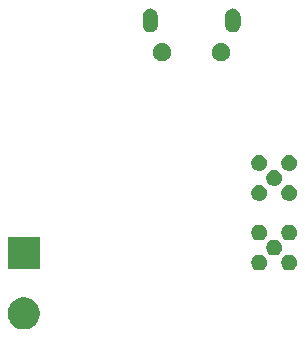
<source format=gbs>
G04 #@! TF.GenerationSoftware,KiCad,Pcbnew,(5.1.5-0)*
G04 #@! TF.CreationDate,2021-08-18T08:54:09-06:00*
G04 #@! TF.ProjectId,imon,696d6f6e-2e6b-4696-9361-645f70636258,rev?*
G04 #@! TF.SameCoordinates,Original*
G04 #@! TF.FileFunction,Soldermask,Bot*
G04 #@! TF.FilePolarity,Negative*
%FSLAX46Y46*%
G04 Gerber Fmt 4.6, Leading zero omitted, Abs format (unit mm)*
G04 Created by KiCad (PCBNEW (5.1.5-0)) date 2021-08-18 08:54:09*
%MOMM*%
%LPD*%
G04 APERTURE LIST*
%ADD10C,0.100000*%
G04 APERTURE END LIST*
D10*
G36*
X125694072Y-94980918D02*
G01*
X125939939Y-95082759D01*
X126161212Y-95230610D01*
X126349390Y-95418788D01*
X126497241Y-95640061D01*
X126599082Y-95885928D01*
X126651000Y-96146938D01*
X126651000Y-96413062D01*
X126599082Y-96674072D01*
X126497241Y-96919939D01*
X126349390Y-97141212D01*
X126161212Y-97329390D01*
X125939939Y-97477241D01*
X125939938Y-97477242D01*
X125939937Y-97477242D01*
X125694072Y-97579082D01*
X125433063Y-97631000D01*
X125166937Y-97631000D01*
X124905928Y-97579082D01*
X124660063Y-97477242D01*
X124660062Y-97477242D01*
X124660061Y-97477241D01*
X124438788Y-97329390D01*
X124250610Y-97141212D01*
X124102759Y-96919939D01*
X124000918Y-96674072D01*
X123949000Y-96413062D01*
X123949000Y-96146938D01*
X124000918Y-95885928D01*
X124102759Y-95640061D01*
X124250610Y-95418788D01*
X124438788Y-95230610D01*
X124660061Y-95082759D01*
X124905928Y-94980918D01*
X125166937Y-94929000D01*
X125433063Y-94929000D01*
X125694072Y-94980918D01*
G37*
G36*
X145339300Y-91307595D02*
G01*
X145425724Y-91324786D01*
X145547838Y-91375367D01*
X145657738Y-91448800D01*
X145751200Y-91542262D01*
X145824633Y-91652162D01*
X145875214Y-91774276D01*
X145901000Y-91903912D01*
X145901000Y-92036088D01*
X145875214Y-92165724D01*
X145824633Y-92287838D01*
X145751200Y-92397738D01*
X145657738Y-92491200D01*
X145547838Y-92564633D01*
X145425724Y-92615214D01*
X145339300Y-92632405D01*
X145296089Y-92641000D01*
X145163911Y-92641000D01*
X145120700Y-92632405D01*
X145034276Y-92615214D01*
X144912162Y-92564633D01*
X144802262Y-92491200D01*
X144708800Y-92397738D01*
X144635367Y-92287838D01*
X144584786Y-92165724D01*
X144559000Y-92036088D01*
X144559000Y-91903912D01*
X144584786Y-91774276D01*
X144635367Y-91652162D01*
X144708800Y-91542262D01*
X144802262Y-91448800D01*
X144912162Y-91375367D01*
X145034276Y-91324786D01*
X145120700Y-91307595D01*
X145163911Y-91299000D01*
X145296089Y-91299000D01*
X145339300Y-91307595D01*
G37*
G36*
X147879300Y-91307595D02*
G01*
X147965724Y-91324786D01*
X148087838Y-91375367D01*
X148197738Y-91448800D01*
X148291200Y-91542262D01*
X148364633Y-91652162D01*
X148415214Y-91774276D01*
X148441000Y-91903912D01*
X148441000Y-92036088D01*
X148415214Y-92165724D01*
X148364633Y-92287838D01*
X148291200Y-92397738D01*
X148197738Y-92491200D01*
X148087838Y-92564633D01*
X147965724Y-92615214D01*
X147879300Y-92632405D01*
X147836089Y-92641000D01*
X147703911Y-92641000D01*
X147660700Y-92632405D01*
X147574276Y-92615214D01*
X147452162Y-92564633D01*
X147342262Y-92491200D01*
X147248800Y-92397738D01*
X147175367Y-92287838D01*
X147124786Y-92165724D01*
X147099000Y-92036088D01*
X147099000Y-91903912D01*
X147124786Y-91774276D01*
X147175367Y-91652162D01*
X147248800Y-91542262D01*
X147342262Y-91448800D01*
X147452162Y-91375367D01*
X147574276Y-91324786D01*
X147660700Y-91307595D01*
X147703911Y-91299000D01*
X147836089Y-91299000D01*
X147879300Y-91307595D01*
G37*
G36*
X126651000Y-92551000D02*
G01*
X123949000Y-92551000D01*
X123949000Y-89849000D01*
X126651000Y-89849000D01*
X126651000Y-92551000D01*
G37*
G36*
X146609300Y-90037595D02*
G01*
X146695724Y-90054786D01*
X146817838Y-90105367D01*
X146927738Y-90178800D01*
X147021200Y-90272262D01*
X147094633Y-90382162D01*
X147145214Y-90504276D01*
X147171000Y-90633912D01*
X147171000Y-90766088D01*
X147145214Y-90895724D01*
X147094633Y-91017838D01*
X147021200Y-91127738D01*
X146927738Y-91221200D01*
X146817838Y-91294633D01*
X146695724Y-91345214D01*
X146609300Y-91362405D01*
X146566089Y-91371000D01*
X146433911Y-91371000D01*
X146390700Y-91362405D01*
X146304276Y-91345214D01*
X146182162Y-91294633D01*
X146072262Y-91221200D01*
X145978800Y-91127738D01*
X145905367Y-91017838D01*
X145854786Y-90895724D01*
X145829000Y-90766088D01*
X145829000Y-90633912D01*
X145854786Y-90504276D01*
X145905367Y-90382162D01*
X145978800Y-90272262D01*
X146072262Y-90178800D01*
X146182162Y-90105367D01*
X146304276Y-90054786D01*
X146390700Y-90037595D01*
X146433911Y-90029000D01*
X146566089Y-90029000D01*
X146609300Y-90037595D01*
G37*
G36*
X147879300Y-88767595D02*
G01*
X147965724Y-88784786D01*
X148087838Y-88835367D01*
X148197738Y-88908800D01*
X148291200Y-89002262D01*
X148364633Y-89112162D01*
X148415214Y-89234276D01*
X148441000Y-89363912D01*
X148441000Y-89496088D01*
X148415214Y-89625724D01*
X148364633Y-89747838D01*
X148291200Y-89857738D01*
X148197738Y-89951200D01*
X148087838Y-90024633D01*
X147965724Y-90075214D01*
X147879300Y-90092405D01*
X147836089Y-90101000D01*
X147703911Y-90101000D01*
X147660700Y-90092405D01*
X147574276Y-90075214D01*
X147452162Y-90024633D01*
X147342262Y-89951200D01*
X147248800Y-89857738D01*
X147175367Y-89747838D01*
X147124786Y-89625724D01*
X147099000Y-89496088D01*
X147099000Y-89363912D01*
X147124786Y-89234276D01*
X147175367Y-89112162D01*
X147248800Y-89002262D01*
X147342262Y-88908800D01*
X147452162Y-88835367D01*
X147574276Y-88784786D01*
X147660700Y-88767595D01*
X147703911Y-88759000D01*
X147836089Y-88759000D01*
X147879300Y-88767595D01*
G37*
G36*
X145339300Y-88767595D02*
G01*
X145425724Y-88784786D01*
X145547838Y-88835367D01*
X145657738Y-88908800D01*
X145751200Y-89002262D01*
X145824633Y-89112162D01*
X145875214Y-89234276D01*
X145901000Y-89363912D01*
X145901000Y-89496088D01*
X145875214Y-89625724D01*
X145824633Y-89747838D01*
X145751200Y-89857738D01*
X145657738Y-89951200D01*
X145547838Y-90024633D01*
X145425724Y-90075214D01*
X145339300Y-90092405D01*
X145296089Y-90101000D01*
X145163911Y-90101000D01*
X145120700Y-90092405D01*
X145034276Y-90075214D01*
X144912162Y-90024633D01*
X144802262Y-89951200D01*
X144708800Y-89857738D01*
X144635367Y-89747838D01*
X144584786Y-89625724D01*
X144559000Y-89496088D01*
X144559000Y-89363912D01*
X144584786Y-89234276D01*
X144635367Y-89112162D01*
X144708800Y-89002262D01*
X144802262Y-88908800D01*
X144912162Y-88835367D01*
X145034276Y-88784786D01*
X145120700Y-88767595D01*
X145163911Y-88759000D01*
X145296089Y-88759000D01*
X145339300Y-88767595D01*
G37*
G36*
X147879300Y-85407595D02*
G01*
X147965724Y-85424786D01*
X148087838Y-85475367D01*
X148197738Y-85548800D01*
X148291200Y-85642262D01*
X148364633Y-85752162D01*
X148415214Y-85874276D01*
X148441000Y-86003912D01*
X148441000Y-86136088D01*
X148415214Y-86265724D01*
X148364633Y-86387838D01*
X148291200Y-86497738D01*
X148197738Y-86591200D01*
X148087838Y-86664633D01*
X147965724Y-86715214D01*
X147879300Y-86732405D01*
X147836089Y-86741000D01*
X147703911Y-86741000D01*
X147660700Y-86732405D01*
X147574276Y-86715214D01*
X147452162Y-86664633D01*
X147342262Y-86591200D01*
X147248800Y-86497738D01*
X147175367Y-86387838D01*
X147124786Y-86265724D01*
X147099000Y-86136088D01*
X147099000Y-86003912D01*
X147124786Y-85874276D01*
X147175367Y-85752162D01*
X147248800Y-85642262D01*
X147342262Y-85548800D01*
X147452162Y-85475367D01*
X147574276Y-85424786D01*
X147660700Y-85407595D01*
X147703911Y-85399000D01*
X147836089Y-85399000D01*
X147879300Y-85407595D01*
G37*
G36*
X145339300Y-85407595D02*
G01*
X145425724Y-85424786D01*
X145547838Y-85475367D01*
X145657738Y-85548800D01*
X145751200Y-85642262D01*
X145824633Y-85752162D01*
X145875214Y-85874276D01*
X145901000Y-86003912D01*
X145901000Y-86136088D01*
X145875214Y-86265724D01*
X145824633Y-86387838D01*
X145751200Y-86497738D01*
X145657738Y-86591200D01*
X145547838Y-86664633D01*
X145425724Y-86715214D01*
X145339300Y-86732405D01*
X145296089Y-86741000D01*
X145163911Y-86741000D01*
X145120700Y-86732405D01*
X145034276Y-86715214D01*
X144912162Y-86664633D01*
X144802262Y-86591200D01*
X144708800Y-86497738D01*
X144635367Y-86387838D01*
X144584786Y-86265724D01*
X144559000Y-86136088D01*
X144559000Y-86003912D01*
X144584786Y-85874276D01*
X144635367Y-85752162D01*
X144708800Y-85642262D01*
X144802262Y-85548800D01*
X144912162Y-85475367D01*
X145034276Y-85424786D01*
X145120700Y-85407595D01*
X145163911Y-85399000D01*
X145296089Y-85399000D01*
X145339300Y-85407595D01*
G37*
G36*
X146609300Y-84137595D02*
G01*
X146695724Y-84154786D01*
X146817838Y-84205367D01*
X146927738Y-84278800D01*
X147021200Y-84372262D01*
X147094633Y-84482162D01*
X147145214Y-84604276D01*
X147171000Y-84733912D01*
X147171000Y-84866088D01*
X147145214Y-84995724D01*
X147094633Y-85117838D01*
X147021200Y-85227738D01*
X146927738Y-85321200D01*
X146817838Y-85394633D01*
X146695724Y-85445214D01*
X146609300Y-85462405D01*
X146566089Y-85471000D01*
X146433911Y-85471000D01*
X146390700Y-85462405D01*
X146304276Y-85445214D01*
X146182162Y-85394633D01*
X146072262Y-85321200D01*
X145978800Y-85227738D01*
X145905367Y-85117838D01*
X145854786Y-84995724D01*
X145829000Y-84866088D01*
X145829000Y-84733912D01*
X145854786Y-84604276D01*
X145905367Y-84482162D01*
X145978800Y-84372262D01*
X146072262Y-84278800D01*
X146182162Y-84205367D01*
X146304276Y-84154786D01*
X146390700Y-84137595D01*
X146433911Y-84129000D01*
X146566089Y-84129000D01*
X146609300Y-84137595D01*
G37*
G36*
X147879300Y-82867595D02*
G01*
X147965724Y-82884786D01*
X148087838Y-82935367D01*
X148197738Y-83008800D01*
X148291200Y-83102262D01*
X148364633Y-83212162D01*
X148415214Y-83334276D01*
X148441000Y-83463912D01*
X148441000Y-83596088D01*
X148415214Y-83725724D01*
X148364633Y-83847838D01*
X148291200Y-83957738D01*
X148197738Y-84051200D01*
X148087838Y-84124633D01*
X147965724Y-84175214D01*
X147879300Y-84192405D01*
X147836089Y-84201000D01*
X147703911Y-84201000D01*
X147660700Y-84192405D01*
X147574276Y-84175214D01*
X147452162Y-84124633D01*
X147342262Y-84051200D01*
X147248800Y-83957738D01*
X147175367Y-83847838D01*
X147124786Y-83725724D01*
X147099000Y-83596088D01*
X147099000Y-83463912D01*
X147124786Y-83334276D01*
X147175367Y-83212162D01*
X147248800Y-83102262D01*
X147342262Y-83008800D01*
X147452162Y-82935367D01*
X147574276Y-82884786D01*
X147660700Y-82867595D01*
X147703911Y-82859000D01*
X147836089Y-82859000D01*
X147879300Y-82867595D01*
G37*
G36*
X145339300Y-82867595D02*
G01*
X145425724Y-82884786D01*
X145547838Y-82935367D01*
X145657738Y-83008800D01*
X145751200Y-83102262D01*
X145824633Y-83212162D01*
X145875214Y-83334276D01*
X145901000Y-83463912D01*
X145901000Y-83596088D01*
X145875214Y-83725724D01*
X145824633Y-83847838D01*
X145751200Y-83957738D01*
X145657738Y-84051200D01*
X145547838Y-84124633D01*
X145425724Y-84175214D01*
X145339300Y-84192405D01*
X145296089Y-84201000D01*
X145163911Y-84201000D01*
X145120700Y-84192405D01*
X145034276Y-84175214D01*
X144912162Y-84124633D01*
X144802262Y-84051200D01*
X144708800Y-83957738D01*
X144635367Y-83847838D01*
X144584786Y-83725724D01*
X144559000Y-83596088D01*
X144559000Y-83463912D01*
X144584786Y-83334276D01*
X144635367Y-83212162D01*
X144708800Y-83102262D01*
X144802262Y-83008800D01*
X144912162Y-82935367D01*
X145034276Y-82884786D01*
X145120700Y-82867595D01*
X145163911Y-82859000D01*
X145296089Y-82859000D01*
X145339300Y-82867595D01*
G37*
G36*
X142226348Y-73416320D02*
G01*
X142226350Y-73416321D01*
X142226351Y-73416321D01*
X142367574Y-73474817D01*
X142367577Y-73474819D01*
X142494669Y-73559739D01*
X142602761Y-73667831D01*
X142687681Y-73794923D01*
X142687683Y-73794926D01*
X142746179Y-73936149D01*
X142776000Y-74086071D01*
X142776000Y-74238929D01*
X142746179Y-74388851D01*
X142687683Y-74530074D01*
X142687681Y-74530077D01*
X142602761Y-74657169D01*
X142494669Y-74765261D01*
X142367577Y-74850181D01*
X142367574Y-74850183D01*
X142226351Y-74908679D01*
X142226350Y-74908679D01*
X142226348Y-74908680D01*
X142076431Y-74938500D01*
X141923569Y-74938500D01*
X141773652Y-74908680D01*
X141773650Y-74908679D01*
X141773649Y-74908679D01*
X141632426Y-74850183D01*
X141632423Y-74850181D01*
X141505331Y-74765261D01*
X141397239Y-74657169D01*
X141312319Y-74530077D01*
X141312317Y-74530074D01*
X141253821Y-74388851D01*
X141224000Y-74238929D01*
X141224000Y-74086071D01*
X141253821Y-73936149D01*
X141312317Y-73794926D01*
X141312319Y-73794923D01*
X141397239Y-73667831D01*
X141505331Y-73559739D01*
X141632423Y-73474819D01*
X141632426Y-73474817D01*
X141773649Y-73416321D01*
X141773650Y-73416321D01*
X141773652Y-73416320D01*
X141923569Y-73386500D01*
X142076431Y-73386500D01*
X142226348Y-73416320D01*
G37*
G36*
X137226348Y-73416320D02*
G01*
X137226350Y-73416321D01*
X137226351Y-73416321D01*
X137367574Y-73474817D01*
X137367577Y-73474819D01*
X137494669Y-73559739D01*
X137602761Y-73667831D01*
X137687681Y-73794923D01*
X137687683Y-73794926D01*
X137746179Y-73936149D01*
X137776000Y-74086071D01*
X137776000Y-74238929D01*
X137746179Y-74388851D01*
X137687683Y-74530074D01*
X137687681Y-74530077D01*
X137602761Y-74657169D01*
X137494669Y-74765261D01*
X137367577Y-74850181D01*
X137367574Y-74850183D01*
X137226351Y-74908679D01*
X137226350Y-74908679D01*
X137226348Y-74908680D01*
X137076431Y-74938500D01*
X136923569Y-74938500D01*
X136773652Y-74908680D01*
X136773650Y-74908679D01*
X136773649Y-74908679D01*
X136632426Y-74850183D01*
X136632423Y-74850181D01*
X136505331Y-74765261D01*
X136397239Y-74657169D01*
X136312319Y-74530077D01*
X136312317Y-74530074D01*
X136253821Y-74388851D01*
X136224000Y-74238929D01*
X136224000Y-74086071D01*
X136253821Y-73936149D01*
X136312317Y-73794926D01*
X136312319Y-73794923D01*
X136397239Y-73667831D01*
X136505331Y-73559739D01*
X136632423Y-73474819D01*
X136632426Y-73474817D01*
X136773649Y-73416321D01*
X136773650Y-73416321D01*
X136773652Y-73416320D01*
X136923569Y-73386500D01*
X137076431Y-73386500D01*
X137226348Y-73416320D01*
G37*
G36*
X136127618Y-70470920D02*
G01*
X136218404Y-70498460D01*
X136250336Y-70508146D01*
X136363425Y-70568594D01*
X136462554Y-70649946D01*
X136543906Y-70749075D01*
X136604354Y-70862164D01*
X136614040Y-70894096D01*
X136641580Y-70984882D01*
X136651000Y-71080527D01*
X136651000Y-71844473D01*
X136641580Y-71940118D01*
X136614040Y-72030904D01*
X136604354Y-72062836D01*
X136543906Y-72175925D01*
X136462554Y-72275053D01*
X136363424Y-72356406D01*
X136250335Y-72416854D01*
X136218403Y-72426540D01*
X136127617Y-72454080D01*
X136000000Y-72466649D01*
X135872382Y-72454080D01*
X135781596Y-72426540D01*
X135749664Y-72416854D01*
X135636575Y-72356406D01*
X135537447Y-72275054D01*
X135456094Y-72175924D01*
X135395646Y-72062835D01*
X135385960Y-72030903D01*
X135358420Y-71940117D01*
X135349000Y-71844472D01*
X135349000Y-71080527D01*
X135358420Y-70984882D01*
X135395645Y-70862168D01*
X135420608Y-70815466D01*
X135456095Y-70749075D01*
X135537447Y-70649946D01*
X135636576Y-70568594D01*
X135749665Y-70508146D01*
X135781597Y-70498460D01*
X135872383Y-70470920D01*
X136000000Y-70458351D01*
X136127618Y-70470920D01*
G37*
G36*
X143127617Y-70470920D02*
G01*
X143218403Y-70498460D01*
X143250335Y-70508146D01*
X143363424Y-70568594D01*
X143462554Y-70649947D01*
X143543906Y-70749075D01*
X143604354Y-70862164D01*
X143614040Y-70894096D01*
X143641580Y-70984882D01*
X143651000Y-71080527D01*
X143651000Y-71844473D01*
X143641580Y-71940118D01*
X143614040Y-72030904D01*
X143604354Y-72062836D01*
X143543906Y-72175925D01*
X143462554Y-72275054D01*
X143363425Y-72356406D01*
X143250336Y-72416854D01*
X143218404Y-72426540D01*
X143127618Y-72454080D01*
X143000000Y-72466649D01*
X142872383Y-72454080D01*
X142781597Y-72426540D01*
X142749665Y-72416854D01*
X142636576Y-72356406D01*
X142537447Y-72275054D01*
X142456095Y-72175925D01*
X142395648Y-72062837D01*
X142395645Y-72062832D01*
X142358420Y-71940118D01*
X142349000Y-71844473D01*
X142349000Y-71080528D01*
X142358420Y-70984883D01*
X142395645Y-70862169D01*
X142395646Y-70862165D01*
X142456094Y-70749076D01*
X142537447Y-70649946D01*
X142636575Y-70568594D01*
X142749664Y-70508146D01*
X142781596Y-70498460D01*
X142872382Y-70470920D01*
X143000000Y-70458351D01*
X143127617Y-70470920D01*
G37*
M02*

</source>
